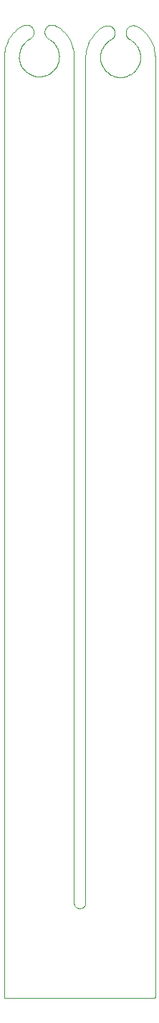
<source format=gko>
%FSTAX44Y44*%
%MOMM*%
%SFA1B1*%

%IPPOS*%
%ADD14C,0.100000*%
%LNpcb1-1*%
%LPD*%
G54D14*
X00785097Y00901779D02*
D01*
X00785101Y00901691*
X0078511Y00901602*
X00785121Y00901535*
D01*
X00785086Y00901454*
X00785057Y0090137*
X00785033Y00901284*
X00785015Y00901197*
X00785004Y00901109*
X00784999Y0090102*
X00785Y00900931*
X00785007Y00900843*
X0078502Y00900755*
X0078504Y00900668*
X00785065Y00900583*
X00785096Y00900499*
X00785134Y00900419*
X00785176Y0090034*
X00785224Y00900266*
X00785277Y00900194*
X00785335Y00900127*
X00785397Y00900063*
X00785464Y00900005*
X00785535Y00899951*
X00785609Y00899902*
X00785687Y00899858*
X00785767Y0089982*
X0078585Y00899788*
X00785934Y00899761*
X00786021Y0089974*
X00786109Y00899726*
X00786197Y00899718*
X00786272Y00899715*
X00962062D02*
D01*
X00962151Y00899719*
X0096224Y00899728*
X00962327Y00899743*
X00962414Y00899765*
X00962498Y00899792*
X00962581Y00899825*
X00962661Y00899865*
X00962737Y00899909*
X00962811Y00899959*
X00962881Y00900013*
X00962947Y00900073*
X00963009Y00900137*
X00963066Y00900205*
X00963118Y00900277*
X00963166Y00900352*
X00963207Y00900431*
X00963244Y00900512*
X00963274Y00900596*
X00963299Y00900681*
X00963317Y00900768*
X00963329Y00900856*
X00963336Y00900945*
X00963336Y00900989*
Y02012652D02*
D01*
X00963346Y02012741*
X00963348Y02012828*
D01*
X00963248Y02015707*
X00962947Y02018573*
X00962446Y0202141*
X00961749Y02024205*
X00960859Y02026945*
X0095978Y02029616*
X00958517Y02032205*
X00957077Y020347*
X00955466Y02037089*
X00953692Y02039359*
X00951764Y020415*
X00949692Y02043501*
X00947485Y02045353*
X00945155Y02047046*
X00942711Y02048573*
X00941504Y02049242*
D01*
X00941503Y02049243*
X00941502Y02049244*
X009415Y02049245*
X00941499Y02049245*
X00941497Y02049246*
X00941497Y02049246*
X00941504Y02049242D02*
D01*
X00941503Y02049243*
X00941502Y02049244*
X009415Y02049245*
X00941499Y02049245*
X00941497Y02049246*
D01*
X00940947Y02049516*
X0094038Y02049746*
X00939797Y02049936*
X00939203Y02050085*
X009386Y02050192*
X00937992Y02050257*
X00937379Y02050279*
X00936767Y02050258*
X00936158Y02050195*
X00935555Y02050089*
X00934961Y02049942*
X00934378Y02049753*
X0093381Y02049524*
X00933259Y02049257*
X00932728Y02048951*
X0093222Y02048609*
X00931737Y02048233*
X00931281Y02047824*
X00930855Y02047384*
X00930461Y02046915*
X009301Y0204642*
X00929775Y02045901*
X00929487Y02045361*
X00929237Y02044802*
X00929027Y02044226*
X00928857Y02043638*
X00928729Y02043039*
X00928643Y02042433*
X009286Y02041822*
X00928599Y02041209*
X00928641Y02040598*
X00928726Y02039992*
X00928852Y02039392*
X0092902Y02038803*
X00929229Y02038228*
X00929477Y02037668*
X00929764Y02037127*
X00930088Y02036607*
X00930447Y02036111*
X0093084Y02035641*
X00931265Y020352*
X0093172Y0203479*
X00932202Y02034412*
X00932709Y02034069*
X00933239Y02033762*
X0093324Y02033763*
X00945801Y02012828D02*
D01*
X00945744Y02014483*
X0094557Y0201613*
X00945283Y02017761*
X00944882Y02019368*
X0094437Y02020943*
X0094375Y02022479*
X00943024Y02023967*
X00942196Y02025401*
X0094127Y02026774*
X00940251Y02028079*
X00939142Y0202931*
X00937951Y0203046*
X00936683Y02031525*
X00935343Y02032498*
X00933938Y02033376*
X0093324Y02033763*
X00945801Y02012828D02*
D01*
X00945805Y02012739*
X00945814Y02012651*
X00945829Y02012563*
X00945851Y02012477*
X00945878Y02012393*
X00945912Y0201231*
X00945951Y0201223*
X00945995Y02012153*
X00946001Y02012143*
X00911117Y02033688D02*
D01*
X00909684Y02032859*
X00908312Y02031931*
X00907009Y0203091*
X0090578Y020298*
X0090463Y02028607*
X00903568Y02027337*
X00902596Y02025996*
X0090172Y02024591*
X00900944Y02023128*
X00900273Y02021614*
X00899708Y02020057*
X00899254Y02018464*
X00898912Y02016844*
X00898683Y02015204*
X0089857Y02013552*
X00898572Y02011896*
X00898689Y02010244*
X00898922Y02008604*
X00899268Y02006985*
X00899727Y02005393*
X00900295Y02003838*
X00900971Y02002326*
X0090175Y02000864*
X00902629Y01999461*
X00903604Y01998123*
X0090467Y01996855*
X00905822Y01995666*
X00907054Y01994559*
X00908361Y01993541*
X00909735Y01992617*
X0091117Y01991791*
X00912659Y01991066*
X00914196Y01990448*
X00915771Y01989938*
X00917378Y0198954*
X0091901Y01989254*
X00920657Y01989083*
X00922312Y01989027*
X00923967Y01989087*
X00925614Y01989262*
X00927244Y01989552*
X00928851Y01989955*
X00930425Y01990468*
X0093196Y01991091*
X00933447Y01991818*
X00934881Y01992648*
X00936252Y01993576*
X00937556Y01994597*
X00938785Y01995707*
X00939934Y01996899*
X00940997Y01998169*
X00941969Y01999511*
X00942845Y02000916*
X0094362Y02002379*
X00944292Y02003893*
X00944856Y0200545*
X00945311Y02007042*
X00945653Y02008663*
X00945882Y02010303*
X00945995Y02011955*
X00946001Y02012143*
X00911117Y02033688D02*
D01*
X00911647Y02033995*
X00912155Y02034338*
X00912637Y02034716*
X00913091Y02035126*
X00913516Y02035567*
X00913909Y02036037*
X00914269Y02036533*
X00914593Y02037053*
X0091488Y02037594*
X00915128Y02038154*
X00915337Y02038729*
X00915505Y02039319*
X00915631Y02039918*
X00915716Y02040524*
X00915758Y02041135*
X00915763Y02041429*
D01*
X00915742Y02042041*
X00915678Y0204265*
X00915572Y02043253*
X00915423Y02043848*
X00915234Y0204443*
X00915005Y02044998*
X00914736Y02045549*
X0091443Y02046079*
X00914088Y02046587*
X00913711Y02047069*
X00913301Y02047524*
X0091286Y0204795*
X00912391Y02048343*
X00911896Y02048703*
X00911376Y02049028*
X00910836Y02049315*
X00910276Y02049564*
X00909701Y02049774*
X00909112Y02049943*
X00908513Y0205007*
X00907906Y02050155*
X00907296Y02050198*
X00906683*
X00906072Y02050155*
X00905466Y0205007*
X00904867Y02049943*
X00904278Y02049774*
X00903703Y02049564*
X00903143Y02049315*
X0090286Y02049171*
D01*
X00902859Y02049171*
X00902857Y0204917*
X00902856Y02049169*
X00902855Y02049168*
X00902853Y02049168*
X00902853Y02049167*
D01*
X00900361Y02047723*
X00897975Y02046109*
X00895707Y02044332*
X00893569Y02042401*
X00891571Y02040326*
X00889722Y02038116*
X00888032Y02035783*
X00886509Y02033338*
X00885161Y02030792*
X00883993Y02028159*
X00883011Y0202545*
X00882221Y0202268*
X00881626Y02019861*
X0088123Y02017008*
X00881033Y02014133*
X00881009Y02012752*
X00867425Y01012752D02*
D01*
X00867442Y01012279*
X00867492Y01011807*
X00867574Y0101134*
X00867688Y0101088*
X00867835Y01010429*
X00868012Y0100999*
X0086822Y01009564*
X00868458Y01009153*
X00868722Y0100876*
X00869015Y01008387*
X00869332Y01008034*
X00869673Y01007705*
X00870036Y010074*
X00870419Y01007121*
X00870821Y0100687*
X0087124Y01006648*
X00871673Y01006455*
X00872118Y01006293*
X00872574Y01006162*
X00873038Y01006064*
X00873508Y01005997*
X0087398Y01005964*
X00874454*
X00874927Y01005997*
X00875397Y01006064*
X00875861Y01006162*
X00876316Y01006293*
X00876762Y01006455*
X00877195Y01006648*
X00877613Y0100687*
X00878016Y01007121*
X00878399Y010074*
X00878762Y01007705*
X00879103Y01008034*
X0087942Y01008387*
X00879712Y0100876*
X00879977Y01009153*
X00880214Y01009564*
X00880422Y0100999*
X008806Y01010429*
X00880746Y0101088*
X00880861Y0101134*
X00880943Y01011807*
X00880993Y01012279*
X00881009Y01012752*
X00867425Y02013543D02*
D01*
X00867325Y02016422*
X00867024Y02019288*
X00866524Y02022125*
X00865827Y0202492*
X00864936Y0202766*
X00863857Y02030331*
X00862594Y0203292*
X00861154Y02035415*
X00859543Y02037804*
X00857769Y02040074*
X00855841Y02042215*
X00853769Y02044216*
X00851562Y02046068*
X00849231Y02047761*
X00846788Y02049288*
X00845581Y02049957*
D01*
X0084558Y02049958*
X00845578Y02049959*
X00845577Y0204996*
X00845575Y02049961*
X00845573Y02049961*
X00845574D02*
D01*
X00845024Y02050231*
X00844457Y02050461*
X00843874Y02050651*
X00843281Y020508*
X00842678Y02050907*
X00842068Y02050972*
X00841456Y02050994*
X00840844Y02050973*
X00840235Y0205091*
X00839632Y02050804*
X00839037Y02050657*
X00838455Y02050468*
X00837887Y02050239*
X00837336Y02049972*
X00836805Y02049666*
X00836297Y02049324*
X00835814Y02048948*
X00835358Y02048539*
X00834932Y02048099*
X00834538Y0204763*
X00834177Y02047135*
X00833852Y02046616*
X00833564Y02046076*
X00833314Y02045517*
X00833104Y02044941*
X00832934Y02044353*
X00832806Y02043754*
X0083272Y02043148*
X00832677Y02042537*
X00832676Y02041924*
X00832718Y02041313*
X00832803Y02040707*
X00832929Y02040107*
X00833097Y02039518*
X00833306Y02038943*
X00833554Y02038383*
X00833841Y02037842*
X00834165Y02037322*
X00834524Y02036826*
X00834918Y02036356*
X00835342Y02035915*
X00835797Y02035505*
X00836279Y02035127*
X00836786Y02034784*
X00837316Y02034478*
X00849877Y02013543D02*
D01*
X00849819Y02015198*
X00849647Y02016845*
X00849359Y02018476*
X00848958Y02020083*
X00848447Y02021658*
X00847826Y02023194*
X008471Y02024682*
X00846272Y02026116*
X00845346Y02027489*
X00844326Y02028794*
X00843219Y02030025*
X00842027Y02031175*
X00840759Y0203224*
X00839419Y02033213*
X00838014Y02034091*
X00837316Y02034478*
X00802433Y02012933D02*
D01*
X00802534Y0201128*
X00802749Y02009638*
X00803078Y02008016*
X0080352Y02006419*
X00804072Y02004858*
X00804732Y02003339*
X00805496Y0200187*
X00806361Y02000458*
X00807322Y01999109*
X00808374Y0199783*
X00809514Y01996629*
X00810734Y01995509*
X0081203Y01994478*
X00813394Y01993539*
X00814821Y01992698*
X00816302Y01991958*
X00817832Y01991324*
X00819402Y01990798*
X00821005Y01990382*
X00822634Y0199008*
X00824279Y01989892*
X00825933Y01989818*
X00827589Y01989861*
X00829237Y01990019*
X00830871Y01990292*
X00832481Y01990678*
X00834061Y01991175*
X00835602Y01991781*
X00837097Y01992493*
X00838539Y01993308*
X0083992Y01994221*
X00841234Y01995229*
X00842475Y01996326*
X00843636Y01997506*
X00844713Y01998765*
X00845698Y02000096*
X00846589Y02001492*
X0084738Y02002947*
X00848067Y02004454*
X00848648Y02006005*
X00849119Y02007592*
X00849478Y02009209*
X00849723Y02010847*
X00849854Y02012497*
X00849877Y02013543*
X00802433Y02012933D02*
D01*
X00802478Y0201301*
X00802518Y02013089*
X00802552Y02013172*
X00802581Y02013256*
X00802603Y02013342*
X00802619Y02013429*
X00802629Y02013518*
X00802633Y02013607*
X00802633Y02013618*
X00815194Y02034553D02*
D01*
X00813761Y02033724*
X0081239Y02032796*
X00811086Y02031774*
X00809856Y02030665*
X00808708Y02029472*
X00807645Y02028202*
X00806673Y02026861*
X00805797Y02025456*
X00805022Y02023992*
X0080435Y02022479*
X00803785Y02020922*
X00803331Y02019329*
X00802988Y02017709*
X0080276Y02016069*
X00802647Y02014417*
X00802633Y02013618*
X00815194Y02034553D02*
D01*
X00815724Y0203486*
X00816232Y02035203*
X00816714Y02035581*
X00817168Y02035991*
X00817593Y02036433*
X00817986Y02036902*
X00818346Y02037398*
X0081867Y02037918*
X00818956Y02038459*
X00819205Y02039019*
X00819414Y02039595*
X00819582Y02040183*
X00819708Y02040783*
X00819793Y02041389*
X00819835Y02042*
X00819839Y02042295*
D01*
X00819818Y02042908*
X00819754Y02043516*
X00819648Y0204412*
X008195Y02044714*
X0081931Y02045296*
X00819081Y02045864*
X00818812Y02046415*
X00818506Y02046945*
X00818164Y02047453*
X00817787Y02047935*
X00817377Y0204839*
X00816936Y02048816*
X00816467Y02049209*
X00815972Y02049569*
X00815452Y02049894*
X00814912Y02050181*
X00814352Y02050431*
X00813777Y0205064*
X00813188Y02050809*
X00812589Y02050936*
X00811982Y02051021*
X00811372Y02051064*
X00810759*
X00810148Y02051021*
X00809542Y02050936*
X00808943Y02050809*
X00808354Y0205064*
X00807779Y02050431*
X00807219Y02050181*
X00806936Y02050037*
D01*
X00806935Y02050037*
X00806934Y02050036*
X00806932Y02050035*
X00806931Y02050034*
X00806929Y02050034*
D01*
X00804437Y02048589*
X00802051Y02046975*
X00799783Y02045198*
X00797645Y02043267*
X00795647Y02041192*
X00793798Y02038982*
X00792108Y02036649*
X00790585Y02034204*
X00789237Y02031658*
X00788069Y02029025*
X00787087Y02026316*
X00786297Y02023546*
X00785703Y02020727*
X00785306Y02017874*
X00785109Y02015*
X00785085Y02013618*
D01*
X00785088Y02013529*
X00785097Y02013442*
X00785121Y00901535D02*
D01*
X00786272Y00899715D02*
X00962062D01*
X00963336Y00900989D02*
Y01075989D01*
Y02012652D02*
Y01075989D01*
X00941497Y02049246D02*
X00941504Y02049242D01*
X00941497Y02049246D02*
D01*
X0093324Y02033763D02*
D01*
X00946001Y02012143D02*
D01*
X00911117Y02033688D02*
D01*
X0090286Y02049171D02*
D01*
X00881009Y01012752D02*
Y02012752D01*
X00867425Y01012752D02*
Y02013543D01*
X00845573Y02049961D02*
X00845574D01*
X00837316Y02034478D02*
D01*
X00802433Y02012933D02*
D01*
X00815194Y02034553D02*
D01*
X00806936Y02050037D02*
D01*
X00785097Y01076779D02*
Y02013442D01*
Y00901779D02*
Y01076779D01*
M02*
</source>
